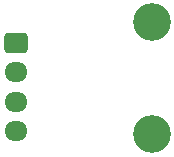
<source format=gbr>
%TF.GenerationSoftware,KiCad,Pcbnew,9.0.2*%
%TF.CreationDate,2025-05-12T20:01:58-04:00*%
%TF.ProjectId,high-range-IMU,68696768-2d72-4616-9e67-652d494d552e,rev?*%
%TF.SameCoordinates,Original*%
%TF.FileFunction,Soldermask,Bot*%
%TF.FilePolarity,Negative*%
%FSLAX46Y46*%
G04 Gerber Fmt 4.6, Leading zero omitted, Abs format (unit mm)*
G04 Created by KiCad (PCBNEW 9.0.2) date 2025-05-12 20:01:58*
%MOMM*%
%LPD*%
G01*
G04 APERTURE LIST*
G04 Aperture macros list*
%AMRoundRect*
0 Rectangle with rounded corners*
0 $1 Rounding radius*
0 $2 $3 $4 $5 $6 $7 $8 $9 X,Y pos of 4 corners*
0 Add a 4 corners polygon primitive as box body*
4,1,4,$2,$3,$4,$5,$6,$7,$8,$9,$2,$3,0*
0 Add four circle primitives for the rounded corners*
1,1,$1+$1,$2,$3*
1,1,$1+$1,$4,$5*
1,1,$1+$1,$6,$7*
1,1,$1+$1,$8,$9*
0 Add four rect primitives between the rounded corners*
20,1,$1+$1,$2,$3,$4,$5,0*
20,1,$1+$1,$4,$5,$6,$7,0*
20,1,$1+$1,$6,$7,$8,$9,0*
20,1,$1+$1,$8,$9,$2,$3,0*%
G04 Aperture macros list end*
%ADD10C,3.200000*%
%ADD11RoundRect,0.250000X-0.725000X0.600000X-0.725000X-0.600000X0.725000X-0.600000X0.725000X0.600000X0*%
%ADD12O,1.950000X1.700000*%
G04 APERTURE END LIST*
D10*
%TO.C,H1*%
X150500000Y-83000000D03*
%TD*%
D11*
%TO.C,J1*%
X139000000Y-84750000D03*
D12*
X139000000Y-87250000D03*
X139000000Y-89750000D03*
X139000000Y-92250000D03*
%TD*%
D10*
%TO.C,H2*%
X150500000Y-92500000D03*
%TD*%
M02*

</source>
